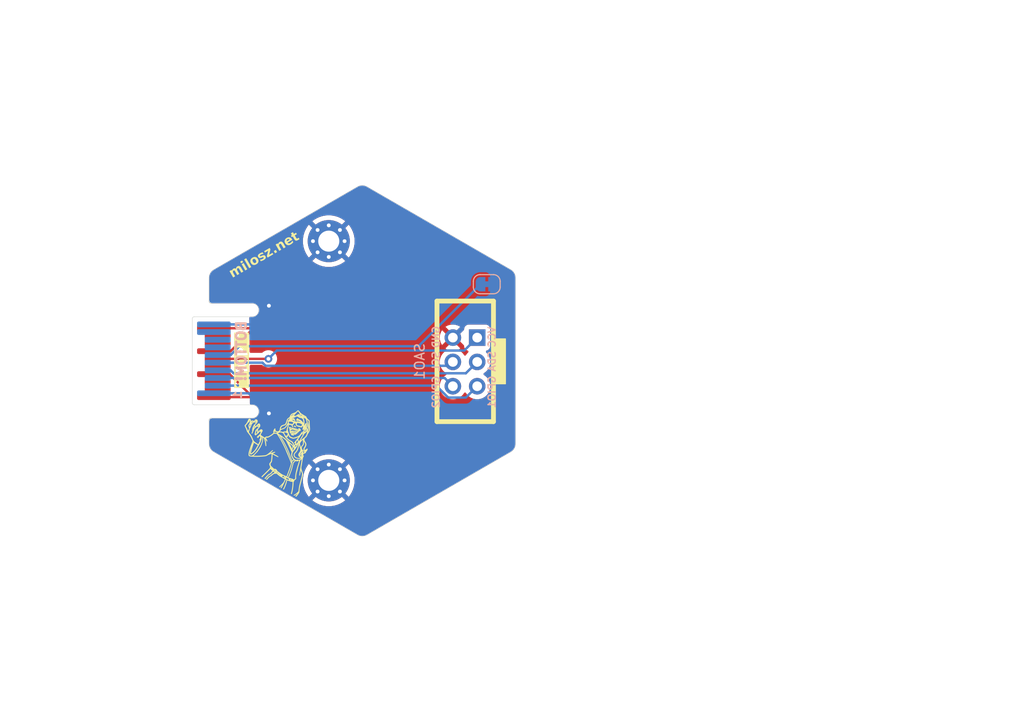
<source format=kicad_pcb>
(kicad_pcb (version 20240108) (generator "pcbnew") (generator_version "8.0")
  (layers (0 "F.Cu" signal) (31 "B.Cu" signal) (34 "B.Paste" user) (35 "F.Paste" user) (36 "B.SilkS" user "B.Silkscreen") (37 "F.SilkS" user "F.Silkscreen") (38 "B.Mask" user) (39 "F.Mask" user) (44 "Edge.Cuts" user))
  (net 0 "")
  (net 1 "/GND")
  (net 2 "/SDA")
  (net 3 "/SCL")
  (net 4 "/3V3")
  (net 5 "/HEXP_DET")
  (net 13 "/GPIO2")
  (net 14 "/GPIO1")
  (footprint "tildagon:hexpansion-edge-connector" (layer "F.Cu") (at 98.25 100)
    (property "Reference" "J1" (hide yes))
    (property "Value" "Hexpansion-Connector" (hide yes))
    (fp_line (start 0 4.4) (end 0 -4.4) (stroke (width 0.05)) (layer "Edge.Cuts"))
    (fp_line (start 6.25 -6) (end 2 -6) (stroke (width 0.05)) (layer "Edge.Cuts"))
    (fp_line (start 6.25 -4.6) (end 0.2 -4.6) (stroke (width 0.05)) (layer "Edge.Cuts"))
    (fp_line (start 6.25 4.6) (end 0.2 4.6) (stroke (width 0.05)) (layer "Edge.Cuts"))
    (fp_line (start 6.25 6) (end 2 6) (stroke (width 0.05)) (layer "Edge.Cuts"))
    (fp_arc (start 0 -4.4) (mid 0.058579 -4.541421) (end 0.2 -4.6) (stroke (width 0.05)) (layer "Edge.Cuts"))
    (fp_arc (start 0.2 4.6) (mid 0.058579 4.541421) (end 0 4.4) (stroke (width 0.05)) (layer "Edge.Cuts"))
    (fp_arc (start 6.25 -6) (mid 6.744975 -5.794975) (end 6.95 -5.3) (stroke (width 0.05)) (layer "Edge.Cuts"))
    (fp_arc (start 6.25 4.6) (mid 6.744975 4.805025) (end 6.95 5.3) (stroke (width 0.05)) (layer "Edge.Cuts"))
    (fp_arc (start 6.95 -5.3) (mid 6.744975 -4.805025) (end 6.25 -4.6) (stroke (width 0.05)) (layer "Edge.Cuts"))
    (fp_arc (start 6.95 5.3) (mid 6.744975 5.794975) (end 6.25 6) (stroke (width 0.05)) (layer "Edge.Cuts"))
    (fp_text user "BOTTOM!" (at 5.7 -4.3 90) (layer "B.SilkS") (effects (font (thickness 0.25) (bold yes)) (justify left bottom mirror)))
    (fp_text user "1" (at 5.2 3.05 90) (layer "B.SilkS") (effects (font (size 0.8 0.8) (thickness 0.2) (bold yes)) (justify left bottom mirror)))
    (fp_text user "^ TOP ^" (at 5.8 2.85 90) (layer "F.SilkS" knockout) (effects (font (thickness 0.25) (bold yes)) (justify left bottom)))
    (pad "1" smd roundrect (at 2.25 3.4) (size 3.5 0.6) (layers "B.Cu" "B.Mask") (net 1 "/GND"))
    (pad "2" smd roundrect (at 2.65 2.6) (size 2.7 0.6) (layers "B.Cu" "B.Mask") (net 14 "/GPIO1"))
    (pad "3" smd roundrect (at 2.65 1.8) (size 2.7 0.6) (layers "B.Cu" "B.Mask") (net 13 "/GPIO2"))
    (pad "4" smd roundrect (at 2.65 1) (size 2.7 0.6) (layers "B.Cu" "B.Mask") (net 2 "/SDA"))
    (pad "5" smd roundrect (at 2.65 0.2) (size 2.7 0.6) (layers "B.Cu" "B.Mask") (net 3 "/SCL"))
    (pad "6" smd roundrect (at 2.65 -0.6) (size 2.7 0.6) (layers "B.Cu" "B.Mask") (net 5 "/HEXP_DET"))
    (pad "7" smd roundrect (at 2.65 -1.4) (size 2.7 0.6) (layers "B.Cu" "B.Mask"))
    (pad "8" smd roundrect (at 2.65 -2.2) (size 2.7 0.6) (layers "B.Cu" "B.Mask"))
    (pad "9" smd roundrect (at 2.25 -3) (size 3.5 0.6) (layers "B.Cu" "B.Mask"))
    (pad "10" smd roundrect (at 2.25 -3.8) (size 3.5 0.6) (layers "B.Cu" "B.Mask") (net 1 "/GND"))
    (pad "11" smd roundrect (at 2.25 -3.4 180) (size 3.5 0.6) (layers "F.Cu" "F.Mask") (net 1 "/GND"))
    (pad "12" smd roundrect (at 2.65 -2.6 180) (size 2.7 0.6) (layers "F.Cu" "F.Mask"))
    (pad "13" smd roundrect (at 2.65 -1.8 180) (size 2.7 0.6) (layers "F.Cu" "F.Mask"))
    (pad "14" smd roundrect (at 2.25 -1 180) (size 3.5 0.6) (layers "F.Cu" "F.Mask") (net 1 "/GND"))
    (pad "15" smd roundrect (at 2.65 -0.2 180) (size 2.7 0.6) (layers "F.Cu" "F.Mask") (net 4 "/3V3"))
    (pad "16" smd roundrect (at 2.65 0.6 180) (size 2.7 0.6) (layers "F.Cu" "F.Mask") (net 4 "/3V3"))
    (pad "17" smd roundrect (at 2.25 1.4 180) (size 3.5 0.6) (layers "F.Cu" "F.Mask") (net 1 "/GND"))
    (pad "18" smd roundrect (at 2.65 2.2 180) (size 2.7 0.6) (layers "F.Cu" "F.Mask"))
    (pad "19" smd roundrect (at 2.65 3 180) (size 2.7 0.6) (layers "F.Cu" "F.Mask"))
    (pad "20" smd roundrect (at 2.25 3.8 180) (size 3.5 0.6) (layers "F.Cu" "F.Mask") (net 1 "/GND"))
  )
  (footprint "LOGO" (layer "F.Cu") (at 108.5 109 -30)
    (property "Reference" "G***" (hide yes))
    (property "Value" "LOGO" (hide yes))
  )
  (footprint "MountingHole:MountingHole_2.2mm_M2_Pad_Via" (layer "F.Cu") (at 112.5 87.5)
    (property "Reference" "H2" (hide yes))
    (property "Value" "MountingHole_Pad")
    (pad "1" thru_hole circle (at -1.65 0) (size 0.7 0.7) (drill 0.4) (layers "*.Cu" "*.Mask") (net 1 "/GND"))
    (pad "1" thru_hole circle (at -1.166726 -1.166726) (size 0.7 0.7) (drill 0.4) (layers "*.Cu" "*.Mask") (net 1 "/GND"))
    (pad "1" thru_hole circle (at -1.166726 1.166726) (size 0.7 0.7) (drill 0.4) (layers "*.Cu" "*.Mask") (net 1 "/GND"))
    (pad "1" thru_hole circle (at 0 -1.65) (size 0.7 0.7) (drill 0.4) (layers "*.Cu" "*.Mask") (net 1 "/GND"))
    (pad "1" thru_hole circle (at 0 0) (size 4.4 4.4) (drill 2.2) (layers "*.Cu" "*.Mask") (net 1 "/GND"))
    (pad "1" thru_hole circle (at 0 1.65) (size 0.7 0.7) (drill 0.4) (layers "*.Cu" "*.Mask") (net 1 "/GND"))
    (pad "1" thru_hole circle (at 1.166726 -1.166726) (size 0.7 0.7) (drill 0.4) (layers "*.Cu" "*.Mask") (net 1 "/GND"))
    (pad "1" thru_hole circle (at 1.166726 1.166726) (size 0.7 0.7) (drill 0.4) (layers "*.Cu" "*.Mask") (net 1 "/GND"))
    (pad "1" thru_hole circle (at 1.65 0) (size 0.7 0.7) (drill 0.4) (layers "*.Cu" "*.Mask") (net 1 "/GND"))
  )
  (footprint "Simple_Addon_v2:Simple_Addon_v2-BADGE-2x3" (layer "F.Cu") (at 126.75 100.06 -90)
    (property "Reference" "SAO1" (at 0 4.75 90) (layer "B.SilkS") (effects (justify mirror)))
    (property "Value" "Simple_Addon_v2")
    (fp_text user "GPIO2" (at 3.2 3.048 90) (layer "B.SilkS") (effects (font (size 0.75 0.75)) (justify mirror)))
    (fp_text user "GPIO1" (at 3.2 -2.794 90) (layer "B.SilkS") (effects (font (size 0.75 0.75)) (justify mirror)))
    (fp_text user "SDA" (at 0 -2.794 90) (layer "B.SilkS") (effects (font (size 0.75 0.75)) (justify mirror)))
    (fp_text user "VCC" (at -2.54 -2.794 90) (layer "B.SilkS") (effects (font (size 0.75 0.75)) (justify mirror)))
    (fp_text user "SCL" (at 0 3.048 90) (layer "B.SilkS") (effects (font (size 0.75 0.75)) (justify mirror)))
    (fp_text user "GND" (at -2.54 3.048 90) (layer "B.SilkS") (effects (font (size 0.75 0.75)) (justify mirror)))
    (pad "1" thru_hole rect (at -2.48 -1.25 180) (size 1.7272 1.7272) (drill 1.016) (layers "*.Cu" "*.Mask") (net 4 "/3V3"))
    (pad "2" thru_hole circle (at -2.48 1.29 180) (size 1.7272 1.7272) (drill 1.016) (layers "*.Cu" "*.Mask") (net 1 "/GND"))
    (pad "3" thru_hole oval (at 0.06 -1.25 180) (size 1.7272 1.7272) (drill 1.016) (layers "*.Cu" "*.Mask") (net 2 "/SDA"))
    (pad "4" thru_hole oval (at 0.06 1.29 180) (size 1.7272 1.7272) (drill 1.016) (layers "*.Cu" "*.Mask") (net 3 "/SCL"))
    (pad "5" thru_hole circle (at 2.6 -1.25 180) (size 1.7272 1.7272) (drill 1.016) (layers "*.Cu" "*.Mask") (net 14 "/GPIO1"))
    (pad "6" thru_hole circle (at 2.6 1.29 180) (size 1.7272 1.7272) (drill 1.016) (layers "*.Cu" "*.Mask") (net 13 "/GPIO2"))
  )
  (footprint "MountingHole:MountingHole_2.2mm_M2_Pad_Via" (layer "F.Cu") (at 112.5 112.5)
    (property "Reference" "H1" (hide yes))
    (property "Value" "MountingHole_Pad")
    (pad "1" thru_hole circle (at -1.65 0) (size 0.7 0.7) (drill 0.4) (layers "*.Cu" "*.Mask") (net 1 "/GND"))
    (pad "1" thru_hole circle (at -1.166726 -1.166726) (size 0.7 0.7) (drill 0.4) (layers "*.Cu" "*.Mask") (net 1 "/GND"))
    (pad "1" thru_hole circle (at -1.166726 1.166726) (size 0.7 0.7) (drill 0.4) (layers "*.Cu" "*.Mask") (net 1 "/GND"))
    (pad "1" thru_hole circle (at 0 -1.65) (size 0.7 0.7) (drill 0.4) (layers "*.Cu" "*.Mask") (net 1 "/GND"))
    (pad "1" thru_hole circle (at 0 0) (size 4.4 4.4) (drill 2.2) (layers "*.Cu" "*.Mask") (net 1 "/GND"))
    (pad "1" thru_hole circle (at 0 1.65) (size 0.7 0.7) (drill 0.4) (layers "*.Cu" "*.Mask") (net 1 "/GND"))
    (pad "1" thru_hole circle (at 1.166726 -1.166726) (size 0.7 0.7) (drill 0.4) (layers "*.Cu" "*.Mask") (net 1 "/GND"))
    (pad "1" thru_hole circle (at 1.166726 1.166726) (size 0.7 0.7) (drill 0.4) (layers "*.Cu" "*.Mask") (net 1 "/GND"))
    (pad "1" thru_hole circle (at 1.65 0) (size 0.7 0.7) (drill 0.4) (layers "*.Cu" "*.Mask") (net 1 "/GND"))
  )
  (footprint "Jumper:SolderJumper-2_P1.3mm_Bridged_RoundedPad1.0x1.5mm" (layer "B.Cu") (at 129 92)
    (property "Reference" "JP1" (hide yes))
    (property "Value" "SolderJumper_2_Bridged" (hide yes))
    (fp_poly (pts (xy 0.25 0.3) (xy -0.25 0.3) (xy -0.25 -0.3) (xy 0.25 -0.3)) (fill solid) (layer "B.Cu"))
    (pad "1" smd custom (at -0.65 0) (size 1 0.5) (layers "B.Cu" "B.Mask") (net 5 "/HEXP_DET") (options (clearance outline) (anchor rect)) (primitives (gr_circle (center 0 -0.25) (end 0.5 -0.25) (width 0) (fill yes)) (gr_circle (center 0 0.25) (end 0.5 0.25) (width 0) (fill yes)) (gr_poly (pts (xy 0.5 -0.75) (xy 0 -0.75) (xy 0 0.75) (xy 0.5 0.75)) (width 0) (fill yes))))
    (pad "2" smd custom (at 0.65 0) (size 1 0.5) (layers "B.Cu" "B.Mask") (net 1 "/GND") (options (clearance outline) (anchor rect)) (primitives (gr_circle (center 0 -0.25) (end 0.5 -0.25) (width 0) (fill yes)) (gr_circle (center 0 0.25) (end 0.5 0.25) (width 0) (fill yes)) (gr_poly (pts (xy 0 -0.75) (xy -0.5 -0.75) (xy -0.5 0.75) (xy 0 0.75)) (width 0) (fill yes))))
  )
  (gr_line (start 100.5 90.473725) (end 115.499995 81.813472) (stroke (width 0.05)) (layer "Edge.Cuts"))
  (gr_arc (start 131.499989 90.473725) (mid 131.866015 90.83975) (end 131.999989 91.33975) (stroke (width 0.05)) (layer "Edge.Cuts"))
  (gr_arc (start 100.25 94) (mid 100.073223 93.926777) (end 100 93.75) (stroke (width 0.1)) (layer "Edge.Cuts"))
  (gr_arc (start 115.499995 81.813472) (mid 115.999995 81.679497) (end 116.499995 81.813472) (stroke (width 0.05)) (layer "Edge.Cuts"))
  (gr_line (start 100.5 109.526269) (end 115.499995 118.186522) (stroke (width 0.05)) (layer "Edge.Cuts"))
  (gr_line (start 131.999989 91.33975) (end 131.999989 108.660243) (stroke (width 0.05)) (layer "Edge.Cuts"))
  (gr_line (start 100 93.75) (end 100 91.33975) (stroke (width 0.05)) (layer "Edge.Cuts"))
  (gr_arc (start 100 91.33975) (mid 100.133975 90.83975) (end 100.5 90.473725) (stroke (width 0.05)) (layer "Edge.Cuts"))
  (gr_line (start 100 106.25) (end 100 108.660243) (stroke (width 0.05)) (layer "Edge.Cuts"))
  (gr_line (start 116.499995 81.813472) (end 131.499989 90.473725) (stroke (width 0.05)) (layer "Edge.Cuts"))
  (gr_arc (start 100 106.25) (mid 100.073223 106.073223) (end 100.25 106) (stroke (width 0.1)) (layer "Edge.Cuts"))
  (gr_arc (start 100.5 109.526269) (mid 100.133975 109.160243) (end 100 108.660243) (stroke (width 0.05)) (layer "Edge.Cuts"))
  (gr_arc (start 131.999989 108.660243) (mid 131.866015 109.160243) (end 131.499989 109.526269) (stroke (width 0.05)) (layer "Edge.Cuts"))
  (gr_arc (start 116.499995 118.186522) (mid 115.999995 118.320497) (end 115.499995 118.186522) (stroke (width 0.05)) (layer "Edge.Cuts"))
  (gr_line (start 116.499995 118.186522) (end 131.499989 109.526269) (stroke (width 0.05)) (layer "Edge.Cuts"))
  (gr_text "milosz.net" (at 102.5 91.5 30) (layer "F.SilkS") (effects (font (size 1 1) (thickness 0.2) (bold yes)) (justify left bottom)))
  (segment (start 100.5 101.4) (end 102.15 101.4) (width 0.25) (layer "F.Cu") (net 1))
  (segment (start 106.25 94.999999) (end 106.25 94.25) (width 0.25) (layer "F.Cu") (net 1))
  (segment (start 104.875 104.125) (end 106.25 105.5) (width 0.25) (layer "F.Cu") (net 1))
  (segment (start 100.5 99) (end 102.249999 99) (width 0.25) (layer "F.Cu") (net 1))
  (segment (start 104.6 96.6) (end 104.624999 96.624999) (width 0.25) (layer "F.Cu") (net 1))
  (segment (start 100.5 96.6) (end 104.6 96.6) (width 0.25) (layer "F.Cu") (net 1))
  (segment (start 104.624999 96.624999) (end 106.25 94.999999) (width 0.25) (layer "F.Cu") (net 1))
  (segment (start 104.55 103.8) (end 104.875 104.125) (width 0.25) (layer "F.Cu") (net 1))
  (segment (start 102.15 101.4) (end 104.875 104.125) (width 0.25) (layer "F.Cu") (net 1))
  (segment (start 102.249999 99) (end 104.624999 96.624999) (width 0.25) (layer "F.Cu") (net 1))
  (segment (start 100.5 103.8) (end 104.55 103.8) (width 0.25) (layer "F.Cu") (net 1))
  (via (at 106.25 105.5) (size 0.8) (drill 0.4) (layers "F.Cu" "B.Cu") (net 1))
  (via (at 106.25 94.25) (size 0.8) (drill 0.4) (layers "F.Cu" "B.Cu") (net 1))
  (segment (start 104.15 103.4) (end 106.25 105.5) (width 0.25) (layer "B.Cu") (net 1))
  (segment (start 100.5 103.4) (end 104.15 103.4) (width 0.25) (layer "B.Cu") (net 1))
  (segment (start 104.3 96.2) (end 106.25 94.25) (width 0.25) (layer "B.Cu") (net 1))
  (segment (start 100.5 96.2) (end 104.3 96.2) (width 0.25) (layer "B.Cu") (net 1))
  (segment (start 128 100.12) (end 126.8114 101.3086) (width 0.25) (layer "B.Cu") (net 2))
  (segment (start 126.8114 101.3086) (end 102.558599 101.3086) (width 0.25) (layer "B.Cu") (net 2))
  (segment (start 102.249999 101) (end 100.9 101) (width 0.25) (layer "B.Cu") (net 2))
  (segment (start 102.558599 101.3086) (end 102.249999 101) (width 0.25) (layer "B.Cu") (net 2))
  (segment (start 125.055 100.525) (end 105.899695 100.525) (width 0.25) (layer "B.Cu") (net 3))
  (segment (start 105.574695 100.2) (end 100.9 100.2) (width 0.25) (layer "B.Cu") (net 3))
  (segment (start 105.899695 100.525) (end 105.574695 100.2) (width 0.25) (layer "B.Cu") (net 3))
  (segment (start 125.46 100.12) (end 125.055 100.525) (width 0.25) (layer "B.Cu") (net 3))
  (segment (start 100.9 99.8) (end 106.2 99.8) (width 0.25) (layer "F.Cu") (net 4))
  (segment (start 100.9 99.8) (end 100.9 100.6) (width 0.25) (layer "F.Cu") (net 4))
  (via (at 106.2 99.8) (size 0.8) (drill 0.4) (layers "F.Cu" "B.Cu") (net 4))
  (segment (start 128 97.58) (end 126.6486 98.9314) (width 0.25) (layer "B.Cu") (net 4))
  (segment (start 107.0686 98.9314) (end 106.2 99.8) (width 0.25) (layer "B.Cu") (net 4))
  (segment (start 126.6486 98.9314) (end 107.0686 98.9314) (width 0.25) (layer "B.Cu") (net 4))
  (segment (start 102.249999 99.4) (end 103.168599 98.4814) (width 0.25) (layer "B.Cu") (net 5))
  (segment (start 100.9 99.4) (end 102.249999 99.4) (width 0.25) (layer "B.Cu") (net 5))
  (segment (start 122 98.35) (end 128.35 92) (width 0.25) (layer "B.Cu") (net 5))
  (segment (start 103.168599 98.4814) (end 122 98.4814) (width 0.25) (layer "B.Cu") (net 5))
  (segment (start 122 98.4814) (end 122 98.35) (width 0.25) (layer "B.Cu") (net 5))
  (segment (start 125.46 102.66) (end 124.6 101.8) (width 0.25) (layer "B.Cu") (net 13))
  (segment (start 124.6 101.8) (end 100.9 101.8) (width 0.25) (layer "B.Cu") (net 13))
  (segment (start 126.8114 103.8486) (end 124.967665 103.8486) (width 0.25) (layer "B.Cu") (net 14))
  (segment (start 128 102.66) (end 126.8114 103.8486) (width 0.25) (layer "B.Cu") (net 14))
  (segment (start 124.967665 103.8486) (end 123.719065 102.6) (width 0.25) (layer "B.Cu") (net 14))
  (segment (start 123.719065 102.6) (end 100.9 102.6) (width 0.25) (layer "B.Cu") (net 14))
  (zone (net 1) (net_name "/GND") (layer "F.Cu") (connect_pads (clearance 0.5)) (min_thickness 0.25) (fill yes (thermal_gap 0.5) (thermal_bridge_width 0.5))
    (polygon (pts (xy 90 80) (xy 90 120) (xy 140 120) (xy 140 80)))
  )
  (zone (net 0) (net_name "") (layers "F&B.Cu") (connect_pads (clearance 0)) (min_thickness 0.25)
    (keepout (tracks allowed) (vias allowed) (pads allowed) (copperpour not_allowed) (footprints allowed))
    (fill (thermal_gap 0.5) (thermal_bridge_width 0.5))
    (polygon (pts (xy 98.25 95.01) (xy 104.2 95.01) (xy 104.27 105.08) (xy 98.25 105.1)))
  )
  (zone (net 1) (net_name "/GND") (layer "B.Cu") (priority 1) (connect_pads (clearance 0.5)) (min_thickness 0.25) (fill yes (thermal_gap 0.5) (thermal_bridge_width 0.5))
    (polygon (pts (xy 90 80) (xy 90 120) (xy 140 120) (xy 140 80)))
  )
)
</source>
